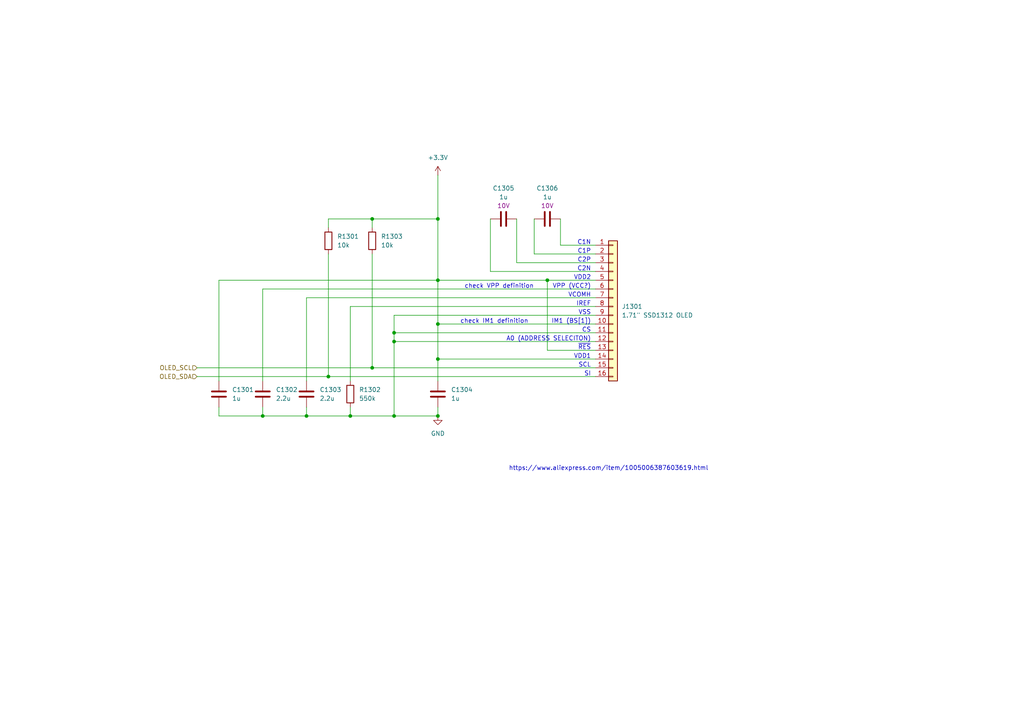
<source format=kicad_sch>
(kicad_sch (version 20250114) (generator "eeschema") (generator_version "9.0")
  (paper "A4")
  (lib_symbols
    (symbol "Connector_Generic:Conn_01x16" (pin_names (offset 1.016) (hide yes))
      (property "Reference" "J" (at 0 20.32 0))
      (property "Value" "Conn_01x16" (at 0 -22.86 0))
      (symbol "Conn_01x16_1_1"
        (rectangle (start -1.27 19.05) (end 1.27 -21.59) (stroke (width 0.254)) (fill (type background)))
        (rectangle (start -1.27 17.907) (end 0 17.653) (stroke (width 0.1524)))
        (rectangle (start -1.27 15.367) (end 0 15.113) (stroke (width 0.1524)))
        (rectangle (start -1.27 12.827) (end 0 12.573) (stroke (width 0.1524)))
        (rectangle (start -1.27 10.287) (end 0 10.033) (stroke (width 0.1524)))
        (rectangle (start -1.27 7.747) (end 0 7.493) (stroke (width 0.1524)))
        (rectangle (start -1.27 5.207) (end 0 4.953) (stroke (width 0.1524)))
        (rectangle (start -1.27 2.667) (end 0 2.413) (stroke (width 0.1524)))
        (rectangle (start -1.27 0.127) (end 0 -0.127) (stroke (width 0.1524)))
        (rectangle (start -1.27 -2.413) (end 0 -2.667) (stroke (width 0.1524)))
        (rectangle (start -1.27 -4.953) (end 0 -5.207) (stroke (width 0.1524)))
        (rectangle (start -1.27 -7.493) (end 0 -7.747) (stroke (width 0.1524)))
        (rectangle (start -1.27 -10.033) (end 0 -10.287) (stroke (width 0.1524)))
        (rectangle (start -1.27 -12.573) (end 0 -12.827) (stroke (width 0.1524)))
        (rectangle (start -1.27 -15.113) (end 0 -15.367) (stroke (width 0.1524)))
        (rectangle (start -1.27 -17.653) (end 0 -17.907) (stroke (width 0.1524)))
        (rectangle (start -1.27 -20.193) (end 0 -20.447) (stroke (width 0.1524)))
        (pin passive line (at -5.08 17.78 0) (length 3.81) (name "Pin_1") (number "1"))
        (pin passive line (at -5.08 15.24 0) (length 3.81) (name "Pin_2") (number "2"))
        (pin passive line (at -5.08 12.7 0) (length 3.81) (name "Pin_3") (number "3"))
        (pin passive line (at -5.08 10.16 0) (length 3.81) (name "Pin_4") (number "4"))
        (pin passive line (at -5.08 7.62 0) (length 3.81) (name "Pin_5") (number "5"))
        (pin passive line (at -5.08 5.08 0) (length 3.81) (name "Pin_6") (number "6"))
        (pin passive line (at -5.08 2.54 0) (length 3.81) (name "Pin_7") (number "7"))
        (pin passive line (at -5.08 0 0) (length 3.81) (name "Pin_8") (number "8"))
        (pin passive line (at -5.08 -2.54 0) (length 3.81) (name "Pin_9") (number "9"))
        (pin passive line (at -5.08 -5.08 0) (length 3.81) (name "Pin_10") (number "10"))
        (pin passive line (at -5.08 -7.62 0) (length 3.81) (name "Pin_11") (number "11"))
        (pin passive line (at -5.08 -10.16 0) (length 3.81) (name "Pin_12") (number "12"))
        (pin passive line (at -5.08 -12.7 0) (length 3.81) (name "Pin_13") (number "13"))
        (pin passive line (at -5.08 -15.24 0) (length 3.81) (name "Pin_14") (number "14"))
        (pin passive line (at -5.08 -17.78 0) (length 3.81) (name "Pin_15") (number "15"))
        (pin passive line (at -5.08 -20.32 0) (length 3.81) (name "Pin_16") (number "16"))
      )
    )
    (symbol "Device:C" (pin_numbers (hide yes)) (pin_names (offset 0.254))
      (property "Reference" "C" (at 0.635 2.54 0))
      (property "Value" "C" (at 0.635 -2.54 0))
      (symbol "C_0_1"
        (polyline (pts (xy -2.032 0.762) (xy 2.032 0.762)) (stroke (width 0.508)))
        (polyline (pts (xy -2.032 -0.762) (xy 2.032 -0.762)) (stroke (width 0.508)))
      )
      (symbol "C_1_1"
        (pin passive line (at 0 3.81 270) (length 2.794) (name "~") (number "1"))
        (pin passive line (at 0 -3.81 90) (length 2.794) (name "~") (number "2"))
      )
    )
    (symbol "Device:R" (pin_numbers (hide yes)) (pin_names (offset 0))
      (property "Reference" "R" (at 2.032 0 90))
      (property "Value" "R" (at 0 0 90))
      (symbol "R_0_1"
        (rectangle (start -1.016 -2.54) (end 1.016 2.54) (stroke (width 0.254)))
      )
      (symbol "R_1_1"
        (pin passive line (at 0 3.81 270) (length 1.27) (name "~") (number "1"))
        (pin passive line (at 0 -3.81 90) (length 1.27) (name "~") (number "2"))
      )
    )
    (symbol "power:+3.3V" (power) (pin_numbers (hide yes)) (pin_names (offset 0) (hide yes))
      (property "Value" "+3.3V" (at 0 3.556 0))
      (symbol "+3.3V_0_1"
        (polyline (pts (xy -0.762 1.27) (xy 0 2.54)))
        (polyline (pts (xy 0 2.54) (xy 0.762 1.27)))
        (polyline (pts (xy 0 0) (xy 0 2.54)))
      )
      (symbol "+3.3V_1_1"
        (pin power_in line (at 0 0 90) (length 0) (name "~") (number "1"))
      )
    )
    (symbol "power:GND" (power) (pin_numbers (hide yes)) (pin_names (offset 0) (hide yes))
      (property "Value" "GND" (at 0 -3.81 0))
      (symbol "GND_0_1"
        (polyline (pts (xy 0 0) (xy 0 -1.27) (xy 1.27 -1.27) (xy 0 -2.54) (xy -1.27 -1.27) (xy 0 -1.27)))
      )
      (symbol "GND_1_1"
        (pin power_in line (at 0 0 270) (length 0) (name "~") (number "1"))
      )
    )
  )
  (text "~{RES}" (at 171.45 101.6 0) (effects (font (size 1.27 1.27)) (justify right bottom)))
  (text "C1P" (at 171.45 73.66 0) (effects (font (size 1.27 1.27)) (justify right bottom)))
  (text "C2P" (at 171.45 76.2 0) (effects (font (size 1.27 1.27)) (justify right bottom)))
  (text "check VPP definition\n" (at 144.78 83.82 0) (effects (font (size 1.27 1.27)) (justify bottom)))
  (text "VPP (VCC?)" (at 171.45 83.82 0) (effects (font (size 1.27 1.27)) (justify right bottom)))
  (text "CS" (at 171.45 96.52 0) (effects (font (size 1.27 1.27)) (justify right bottom)))
  (text "https://www.aliexpress.com/item/1005006387603619.html\n" (at 176.53 135.89 0) (effects (font (size 1.27 1.27))))
  (text "check IM1 definition\n" (at 143.3743 93.98 0) (effects (font (size 1.27 1.27)) (justify bottom)))
  (text "C1N" (at 171.45 71.12 0) (effects (font (size 1.27 1.27)) (justify right bottom)))
  (text "IREF" (at 171.45 88.9 0) (effects (font (size 1.27 1.27)) (justify right bottom)))
  (text "VSS" (at 171.45 91.44 0) (effects (font (size 1.27 1.27)) (justify right bottom)))
  (text "SCL" (at 171.45 106.68 0) (effects (font (size 1.27 1.27)) (justify right bottom)))
  (text "VDD1" (at 171.45 104.14 0) (effects (font (size 1.27 1.27)) (justify right bottom)))
  (text "VDD2" (at 171.45 81.28 0) (effects (font (size 1.27 1.27)) (justify right bottom)))
  (text "A0 (ADDRESS SELECITON)" (at 171.45 99.06 0) (effects (font (size 1.27 1.27)) (justify right bottom)))
  (text "IM1 (BS[1])" (at 171.45 93.98 0) (effects (font (size 1.27 1.27)) (justify right bottom)))
  (text "VCOMH" (at 171.45 86.36 0) (effects (font (size 1.27 1.27)) (justify right bottom)))
  (text "SI" (at 171.45 109.22 0) (effects (font (size 1.27 1.27)) (justify right bottom)))
  (text "C2N" (at 171.45 78.74 0) (effects (font (size 1.27 1.27)) (justify right bottom)))
  (junction (at 95.25 109.22))
  (junction (at 107.95 63.5))
  (junction (at 114.3 99.06))
  (junction (at 127 120.65))
  (junction (at 101.6 120.65))
  (junction (at 127 93.98))
  (junction (at 88.9 120.65))
  (junction (at 158.75 81.28))
  (junction (at 127 104.14))
  (junction (at 127 63.5))
  (junction (at 114.3 120.65))
  (junction (at 127 81.28))
  (junction (at 107.95 106.68))
  (junction (at 114.3 96.52))
  (junction (at 76.2 120.65))
  (wire (pts (xy 114.3 91.44) (xy 114.3 96.52)))
  (wire (pts (xy 172.72 106.68) (xy 107.95 106.68)))
  (wire (pts (xy 114.3 120.65) (xy 101.6 120.65)))
  (wire (pts (xy 172.72 73.66) (xy 154.94 73.66)))
  (wire (pts (xy 127 81.28) (xy 158.75 81.28)))
  (wire (pts (xy 127 110.49) (xy 127 104.14)))
  (wire (pts (xy 88.9 86.36) (xy 88.9 110.49)))
  (wire (pts (xy 114.3 120.65) (xy 127 120.65)))
  (wire (pts (xy 172.72 101.6) (xy 158.75 101.6)))
  (wire (pts (xy 127 93.98) (xy 127 104.14)))
  (wire (pts (xy 107.95 63.5) (xy 127 63.5)))
  (wire (pts (xy 57.15 106.68) (xy 107.95 106.68)))
  (wire (pts (xy 162.56 71.12) (xy 172.72 71.12)))
  (wire (pts (xy 172.72 109.22) (xy 95.25 109.22)))
  (wire (pts (xy 142.24 78.74) (xy 142.24 63.5)))
  (wire (pts (xy 149.86 76.2) (xy 172.72 76.2)))
  (wire (pts (xy 158.75 101.6) (xy 158.75 81.28)))
  (wire (pts (xy 127 118.11) (xy 127 120.65)))
  (wire (pts (xy 127 50.8) (xy 127 63.5)))
  (wire (pts (xy 76.2 83.82) (xy 172.72 83.82)))
  (wire (pts (xy 114.3 99.06) (xy 114.3 120.65)))
  (wire (pts (xy 172.72 86.36) (xy 88.9 86.36)))
  (wire (pts (xy 127 104.14) (xy 172.72 104.14)))
  (wire (pts (xy 63.5 120.65) (xy 76.2 120.65)))
  (wire (pts (xy 95.25 63.5) (xy 107.95 63.5)))
  (wire (pts (xy 76.2 118.11) (xy 76.2 120.65)))
  (wire (pts (xy 158.75 81.28) (xy 172.72 81.28)))
  (wire (pts (xy 63.5 81.28) (xy 127 81.28)))
  (wire (pts (xy 101.6 120.65) (xy 101.6 118.11)))
  (wire (pts (xy 114.3 96.52) (xy 114.3 99.06)))
  (wire (pts (xy 63.5 120.65) (xy 63.5 118.11)))
  (wire (pts (xy 107.95 63.5) (xy 107.95 66.04)))
  (wire (pts (xy 88.9 118.11) (xy 88.9 120.65)))
  (wire (pts (xy 172.72 78.74) (xy 142.24 78.74)))
  (wire (pts (xy 57.15 109.22) (xy 95.25 109.22)))
  (wire (pts (xy 127 63.5) (xy 127 81.28)))
  (wire (pts (xy 76.2 110.49) (xy 76.2 83.82)))
  (wire (pts (xy 114.3 99.06) (xy 172.72 99.06)))
  (wire (pts (xy 101.6 88.9) (xy 101.6 110.49)))
  (wire (pts (xy 76.2 120.65) (xy 88.9 120.65)))
  (wire (pts (xy 95.25 66.04) (xy 95.25 63.5)))
  (wire (pts (xy 63.5 110.49) (xy 63.5 81.28)))
  (wire (pts (xy 149.86 63.5) (xy 149.86 76.2)))
  (wire (pts (xy 154.94 73.66) (xy 154.94 63.5)))
  (wire (pts (xy 101.6 120.65) (xy 88.9 120.65)))
  (wire (pts (xy 172.72 91.44) (xy 114.3 91.44)))
  (wire (pts (xy 162.56 63.5) (xy 162.56 71.12)))
  (wire (pts (xy 107.95 106.68) (xy 107.95 73.66)))
  (wire (pts (xy 172.72 88.9) (xy 101.6 88.9)))
  (wire (pts (xy 114.3 96.52) (xy 172.72 96.52)))
  (wire (pts (xy 95.25 109.22) (xy 95.25 73.66)))
  (wire (pts (xy 172.72 93.98) (xy 127 93.98)))
  (wire (pts (xy 127 93.98) (xy 127 81.28)))
  (hierarchical_label "OLED_SCL" (shape input) (at 57.15 106.68 180))
  (hierarchical_label "OLED_SDA" (shape input) (at 57.15 109.22 180))
  (symbol (lib_id "Device:C") (at 63.5 114.3 0) (unit 1)
    (property "Reference" "C1301" (at 67.31 113.0299 0) (effects (justify left)))
    (property "Value" "1u" (at 67.31 115.5699 0) (effects (justify left)))
    (property "Footprint" "Capacitor_SMD:C_0603_1608Metric" (effects (hide yes)))
    (property "Description" "Unpolarized capacitor" (effects (hide yes)))
  )
  (symbol (lib_id "power:GND") (at 127 120.65 0) (unit 1)
    (property "Reference" "#PWR01302" (effects (hide yes)))
    (property "Value" "GND" (at 127 125.73 0))
    (property "Description" "Power symbol creates a global label with name \"GND\" , ground" (effects (hide yes)))
  )
  (symbol (lib_id "Device:R") (at 95.25 69.85 0) (unit 1)
    (property "Reference" "R1301" (at 97.79 68.5799 0) (effects (justify left)))
    (property "Value" "10k" (at 97.79 71.1199 0) (effects (justify left)))
    (property "Footprint" "Resistor_SMD:R_0603_1608Metric" (effects (hide yes)))
    (property "Description" "Resistor" (effects (hide yes)))
  )
  (symbol (lib_id "Device:C") (at 146.05 63.5 90) (unit 1)
    (property "Reference" "C1305" (at 146.05 54.61 90))
    (property "Value" "1u" (at 146.05 57.15 90))
    (property "Footprint" "Capacitor_SMD:C_0603_1608Metric" (effects (hide yes)))
    (property "Description" "Unpolarized capacitor" (effects (hide yes)))
    (property "Rating" "10V" (at 146.05 59.6901 90))
  )
  (symbol (lib_id "Device:C") (at 76.2 114.3 0) (unit 1)
    (property "Reference" "C1302" (at 80.01 113.0299 0) (effects (justify left)))
    (property "Value" "2.2u" (at 80.01 115.5699 0) (effects (justify left)))
    (property "Footprint" "Capacitor_SMD:C_0603_1608Metric" (effects (hide yes)))
    (property "Description" "Unpolarized capacitor" (effects (hide yes)))
  )
  (symbol (lib_id "Device:R") (at 107.95 69.85 0) (unit 1)
    (property "Reference" "R1303" (at 110.49 68.5799 0) (effects (justify left)))
    (property "Value" "10k" (at 110.49 71.1199 0) (effects (justify left)))
    (property "Footprint" "Resistor_SMD:R_0603_1608Metric" (effects (hide yes)))
    (property "Description" "Resistor" (effects (hide yes)))
  )
  (symbol (lib_id "Device:C") (at 88.9 114.3 0) (unit 1)
    (property "Reference" "C1303" (at 92.71 113.0299 0) (effects (justify left)))
    (property "Value" "2.2u" (at 92.71 115.5699 0) (effects (justify left)))
    (property "Footprint" "Capacitor_SMD:C_0603_1608Metric" (effects (hide yes)))
    (property "Description" "Unpolarized capacitor" (effects (hide yes)))
  )
  (symbol (lib_id "power:+3.3V") (at 127 50.8 0) (unit 1)
    (property "Reference" "#PWR01301" (effects (hide yes)))
    (property "Value" "+3.3V" (at 127 45.72 0))
    (property "Description" "Power symbol creates a global label with name \"+3.3V\"" (effects (hide yes)))
  )
  (symbol (lib_id "Connector_Generic:Conn_01x16") (at 177.8 88.9 0) (unit 1)
    (property "Reference" "J1301" (at 180.34 88.8999 0) (effects (justify left)))
    (property "Value" "1.71\" SSD1312 OLED" (at 180.34 91.4399 0) (effects (justify left)))
    (property "Footprint" "Display:1.71 OLED SSD1312" (effects (hide yes)))
    (property "Description" "Generic connector, single row, 01x16, script generated (kicad-library-utils/schlib/autogen/connector/)" (effects (hide yes)))
  )
  (symbol (lib_id "Device:C") (at 158.75 63.5 90) (unit 1)
    (property "Reference" "C1306" (at 158.75 54.6099 90))
    (property "Value" "1u" (at 158.75 57.1499 90))
    (property "Footprint" "Capacitor_SMD:C_0603_1608Metric" (effects (hide yes)))
    (property "Description" "Unpolarized capacitor" (effects (hide yes)))
    (property "Rating" "10V" (at 158.75 59.69 90))
  )
  (symbol (lib_id "Device:C") (at 127 114.3 0) (unit 1)
    (property "Reference" "C1304" (at 130.81 113.0299 0) (effects (justify left)))
    (property "Value" "1u" (at 130.81 115.5699 0) (effects (justify left)))
    (property "Footprint" "Capacitor_SMD:C_0603_1608Metric" (effects (hide yes)))
    (property "Description" "Unpolarized capacitor" (effects (hide yes)))
  )
  (symbol (lib_id "Device:R") (at 101.6 114.3 180) (unit 1)
    (property "Reference" "R1302" (at 104.14 113.03 0) (effects (justify right)))
    (property "Value" "550k" (at 104.14 115.57 0) (effects (justify right)))
    (property "Footprint" "Resistor_SMD:R_0603_1608Metric" (effects (hide yes)))
    (property "Description" "Resistor" (effects (hide yes)))
  )
)
</source>
